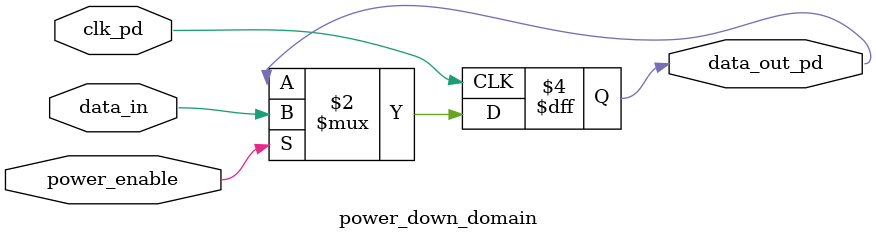
<source format=sv>

module pwr_missing_isolation(
  input wire clk,
  input wire data_from_pd_domain,  // Violation: From power-down domain without isolation
  output logic data_out
);
  // data_from_pd_domain comes from a domain that can be powered down
  // Should have isolation cell to prevent X propagation
  
  logic internal_reg;
  
  always_ff @(posedge clk) begin
    internal_reg <= data_from_pd_domain;  // Direct connection is a violation
  end
  
  assign data_out = internal_reg;
endmodule

module power_down_domain(
  input wire clk_pd,
  input wire power_enable,
  input wire data_in,
  output logic data_out_pd  // This crosses to always-on domain
);
  // This domain can be powered down when power_enable is low
  always_ff @(posedge clk_pd) begin
    if (power_enable) begin
      data_out_pd <= data_in;
    end
  end
endmodule


</source>
